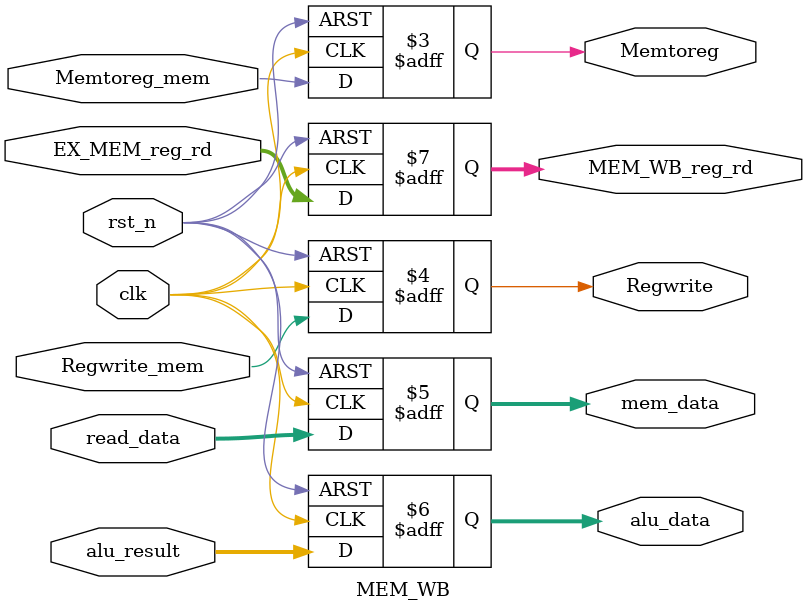
<source format=v>
`timescale 1ns / 1ps

module MEM_WB (
    input           clk,
    input           rst_n,
    input           Memtoreg_mem,
    input           Regwrite_mem,
    input [31:0]    read_data,
    input [31:0]    alu_result,
    input [4:0]     EX_MEM_reg_rd,
    output reg          Memtoreg,
    output reg          Regwrite,
    output reg [31:0]   mem_data,
    output reg [31:0]   alu_data,
    output reg [4:0]    MEM_WB_reg_rd
);

    always @(posedge clk or negedge rst_n) begin
        // reset
        if (!rst_n) begin
            Memtoreg <= 1'b0;
            Regwrite <= 1'b0;
            mem_data <= 32'b0;
            alu_data <= 32'b0;
            MEM_WB_reg_rd <= 5'b0;
        end else begin
            Memtoreg <= Memtoreg_mem;
            Regwrite <= Regwrite_mem;
            mem_data <= read_data;
            alu_data <= alu_result;
            MEM_WB_reg_rd <= EX_MEM_reg_rd;
        end
    end
    
endmodule
</source>
